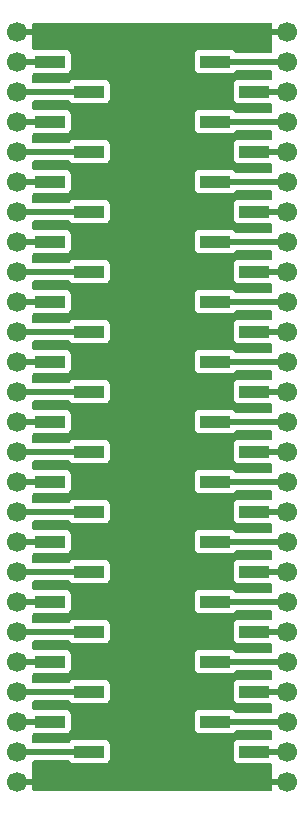
<source format=gbl>
G04 #@! TF.GenerationSoftware,KiCad,Pcbnew,9.0.6*
G04 #@! TF.CreationDate,2025-12-31T13:09:13-06:00*
G04 #@! TF.ProjectId,QFN-48_6x6,51464e2d-3438-45f3-9678-362e6b696361,rev?*
G04 #@! TF.SameCoordinates,Original*
G04 #@! TF.FileFunction,Copper,L2,Bot*
G04 #@! TF.FilePolarity,Positive*
%FSLAX46Y46*%
G04 Gerber Fmt 4.6, Leading zero omitted, Abs format (unit mm)*
G04 Created by KiCad (PCBNEW 9.0.6) date 2025-12-31 13:09:13*
%MOMM*%
%LPD*%
G01*
G04 APERTURE LIST*
G04 Aperture macros list*
%AMRotRect*
0 Rectangle, with rotation*
0 The origin of the aperture is its center*
0 $1 length*
0 $2 width*
0 $3 Rotation angle, in degrees counterclockwise*
0 Add horizontal line*
21,1,$1,$2,0,0,$3*%
G04 Aperture macros list end*
G04 #@! TA.AperFunction,HeatsinkPad*
%ADD10C,0.500000*%
G04 #@! TD*
G04 #@! TA.AperFunction,HeatsinkPad*
%ADD11RotRect,4.300000X4.300000X315.000000*%
G04 #@! TD*
G04 #@! TA.AperFunction,ComponentPad*
%ADD12C,1.700000*%
G04 #@! TD*
G04 #@! TA.AperFunction,SMDPad,CuDef*
%ADD13R,2.510000X1.000000*%
G04 #@! TD*
G04 #@! TA.AperFunction,Conductor*
%ADD14C,0.500000*%
G04 #@! TD*
G04 APERTURE END LIST*
D10*
X138430000Y-117962994D03*
X137534331Y-118858663D03*
X136638663Y-119754331D03*
X135742994Y-120650000D03*
X139325669Y-118858663D03*
X138430000Y-119754332D03*
X137534332Y-120650000D03*
X136638663Y-121545669D03*
D11*
X138430000Y-120650000D03*
D10*
X140221337Y-119754331D03*
X139325668Y-120650000D03*
X138430000Y-121545668D03*
X137534331Y-122441337D03*
X141117006Y-120650000D03*
X140221337Y-121545669D03*
X139325669Y-122441337D03*
X138430000Y-123337006D03*
D12*
X127000000Y-88900000D03*
X127000000Y-91440000D03*
X127000000Y-93980000D03*
X127000000Y-96520000D03*
X127000000Y-99060000D03*
X127000000Y-101600000D03*
X127000000Y-104140000D03*
X127000000Y-106680000D03*
X127000000Y-109220000D03*
X127000000Y-111760000D03*
X127000000Y-114300000D03*
X127000000Y-116840000D03*
X127000000Y-119380000D03*
X127000000Y-121920000D03*
X127000000Y-124460000D03*
X127000000Y-127000000D03*
X127000000Y-129540000D03*
X127000000Y-132080000D03*
X127000000Y-134620000D03*
X127000000Y-137160000D03*
X127000000Y-139700000D03*
X127000000Y-142240000D03*
X127000000Y-144780000D03*
X127000000Y-147320000D03*
X127000000Y-149860000D03*
X127000000Y-152400000D03*
X149860000Y-88900000D03*
X149860000Y-91440000D03*
X149860000Y-93980000D03*
X149860000Y-96520000D03*
X149860000Y-99060000D03*
X149860000Y-101600000D03*
X149860000Y-104140000D03*
X149860000Y-106680000D03*
X149860000Y-109220000D03*
X149860000Y-111760000D03*
X149860000Y-114300000D03*
X149860000Y-116840000D03*
X149860000Y-119380000D03*
X149860000Y-121920000D03*
X149860000Y-124460000D03*
X149860000Y-127000000D03*
X149860000Y-129540000D03*
X149860000Y-132080000D03*
X149860000Y-134620000D03*
X149860000Y-137160000D03*
X149860000Y-139700000D03*
X149860000Y-142240000D03*
X149860000Y-144780000D03*
X149860000Y-147320000D03*
X149860000Y-149860000D03*
X149860000Y-152400000D03*
D13*
X133099000Y-88900000D03*
X129789000Y-91440000D03*
X133099000Y-93980000D03*
X129789000Y-96520000D03*
X133099000Y-99060000D03*
X129789000Y-101600000D03*
X133099000Y-104140000D03*
X129789000Y-106680000D03*
X133099000Y-109220000D03*
X129789000Y-111760000D03*
X133099000Y-114300000D03*
X129789000Y-116840000D03*
X133099000Y-119380000D03*
X129789000Y-121920000D03*
X133099000Y-124460000D03*
X129789000Y-127000000D03*
X133099000Y-129540000D03*
X129789000Y-132080000D03*
X133099000Y-134620000D03*
X129789000Y-137160000D03*
X133099000Y-139700000D03*
X129789000Y-142240000D03*
X133099000Y-144780000D03*
X129789000Y-147320000D03*
X133099000Y-149860000D03*
X129789000Y-152400000D03*
X147071000Y-88900000D03*
X143761000Y-91440000D03*
X147071000Y-93980000D03*
X143761000Y-96520000D03*
X147071000Y-99060000D03*
X143761000Y-101600000D03*
X147071000Y-104140000D03*
X143761000Y-106680000D03*
X147071000Y-109220000D03*
X143761000Y-111760000D03*
X147071000Y-114300000D03*
X143761000Y-116840000D03*
X147071000Y-119380000D03*
X143761000Y-121920000D03*
X147071000Y-124460000D03*
X143761000Y-127000000D03*
X147071000Y-129540000D03*
X143761000Y-132080000D03*
X147071000Y-134620000D03*
X143761000Y-137160000D03*
X147071000Y-139700000D03*
X143761000Y-142240000D03*
X147071000Y-144780000D03*
X143761000Y-147320000D03*
X147071000Y-149860000D03*
X143761000Y-152400000D03*
D14*
X149860000Y-152400000D02*
X143761000Y-152400000D01*
X147071000Y-149860000D02*
X149860000Y-149860000D01*
X149860000Y-147320000D02*
X143761000Y-147320000D01*
X147071000Y-144780000D02*
X149860000Y-144780000D01*
X149860000Y-142240000D02*
X143761000Y-142240000D01*
X147071000Y-139700000D02*
X149860000Y-139700000D01*
X149860000Y-137160000D02*
X143761000Y-137160000D01*
X147071000Y-134620000D02*
X149860000Y-134620000D01*
X149860000Y-132080000D02*
X143761000Y-132080000D01*
X147071000Y-129540000D02*
X149860000Y-129540000D01*
X149860000Y-127000000D02*
X143761000Y-127000000D01*
X147071000Y-124460000D02*
X149860000Y-124460000D01*
X149860000Y-121920000D02*
X143761000Y-121920000D01*
X147071000Y-119380000D02*
X149860000Y-119380000D01*
X149860000Y-116840000D02*
X143761000Y-116840000D01*
X147071000Y-114300000D02*
X149860000Y-114300000D01*
X149860000Y-111760000D02*
X143761000Y-111760000D01*
X147071000Y-109220000D02*
X149860000Y-109220000D01*
X149860000Y-106680000D02*
X143761000Y-106680000D01*
X147071000Y-104140000D02*
X149860000Y-104140000D01*
X149860000Y-101600000D02*
X143761000Y-101600000D01*
X147071000Y-99060000D02*
X149860000Y-99060000D01*
X149860000Y-96520000D02*
X143761000Y-96520000D01*
X147071000Y-93980000D02*
X149860000Y-93980000D01*
X149860000Y-91440000D02*
X143761000Y-91440000D01*
X147071000Y-88900000D02*
X149860000Y-88900000D01*
X127000000Y-88900000D02*
X133099000Y-88900000D01*
X129789000Y-91440000D02*
X127000000Y-91440000D01*
X127000000Y-93980000D02*
X133099000Y-93980000D01*
X129789000Y-96520000D02*
X127000000Y-96520000D01*
X127000000Y-99060000D02*
X133099000Y-99060000D01*
X129789000Y-101600000D02*
X127000000Y-101600000D01*
X127000000Y-104140000D02*
X133099000Y-104140000D01*
X129789000Y-106680000D02*
X127000000Y-106680000D01*
X127000000Y-109220000D02*
X133099000Y-109220000D01*
X129789000Y-111760000D02*
X127000000Y-111760000D01*
X133099000Y-114300000D02*
X127000000Y-114300000D01*
X129789000Y-116840000D02*
X127000000Y-116840000D01*
X127000000Y-119380000D02*
X133099000Y-119380000D01*
X129789000Y-121920000D02*
X127000000Y-121920000D01*
X133099000Y-124460000D02*
X127000000Y-124460000D01*
X127000000Y-127000000D02*
X129789000Y-127000000D01*
X133099000Y-129540000D02*
X127000000Y-129540000D01*
X127000000Y-132080000D02*
X129789000Y-132080000D01*
X133099000Y-134620000D02*
X127000000Y-134620000D01*
X127000000Y-137160000D02*
X129789000Y-137160000D01*
X127000000Y-139700000D02*
X133099000Y-139700000D01*
X129789000Y-142240000D02*
X127000000Y-142240000D01*
X133099000Y-144780000D02*
X127000000Y-144780000D01*
X129789000Y-147320000D02*
X127000000Y-147320000D01*
X127000000Y-152400000D02*
X129789000Y-152400000D01*
X133099000Y-149860000D02*
X127000000Y-149860000D01*
G04 #@! TA.AperFunction,Conductor*
G36*
X148533039Y-88157685D02*
G01*
X148578794Y-88210489D01*
X148590000Y-88262000D01*
X148590000Y-90565500D01*
X148570315Y-90632539D01*
X148517511Y-90678294D01*
X148466000Y-90689500D01*
X145515751Y-90689500D01*
X145448712Y-90669815D01*
X145416485Y-90639812D01*
X145373548Y-90582457D01*
X145373546Y-90582454D01*
X145373542Y-90582451D01*
X145258335Y-90496206D01*
X145258328Y-90496202D01*
X145123482Y-90445908D01*
X145123483Y-90445908D01*
X145063883Y-90439501D01*
X145063881Y-90439500D01*
X145063873Y-90439500D01*
X145063864Y-90439500D01*
X142458129Y-90439500D01*
X142458123Y-90439501D01*
X142398516Y-90445908D01*
X142263671Y-90496202D01*
X142263664Y-90496206D01*
X142148455Y-90582452D01*
X142148452Y-90582455D01*
X142062206Y-90697664D01*
X142062202Y-90697671D01*
X142011908Y-90832517D01*
X142005501Y-90892116D01*
X142005501Y-90892123D01*
X142005500Y-90892135D01*
X142005500Y-91987870D01*
X142005501Y-91987876D01*
X142011908Y-92047483D01*
X142062202Y-92182328D01*
X142062206Y-92182335D01*
X142148452Y-92297544D01*
X142148455Y-92297547D01*
X142263664Y-92383793D01*
X142263671Y-92383797D01*
X142398517Y-92434091D01*
X142398516Y-92434091D01*
X142405444Y-92434835D01*
X142458127Y-92440500D01*
X145063872Y-92440499D01*
X145123483Y-92434091D01*
X145258331Y-92383796D01*
X145373546Y-92297546D01*
X145400227Y-92261903D01*
X145416485Y-92240188D01*
X145472419Y-92198318D01*
X145515751Y-92190500D01*
X148466000Y-92190500D01*
X148533039Y-92210185D01*
X148578794Y-92262989D01*
X148590000Y-92314500D01*
X148590000Y-92866177D01*
X148570315Y-92933216D01*
X148517511Y-92978971D01*
X148448353Y-92988915D01*
X148437494Y-92986856D01*
X148433484Y-92985908D01*
X148373883Y-92979501D01*
X148373881Y-92979500D01*
X148373873Y-92979500D01*
X148373864Y-92979500D01*
X145768129Y-92979500D01*
X145768123Y-92979501D01*
X145708516Y-92985908D01*
X145573671Y-93036202D01*
X145573664Y-93036206D01*
X145458455Y-93122452D01*
X145458452Y-93122455D01*
X145372206Y-93237664D01*
X145372202Y-93237671D01*
X145321908Y-93372517D01*
X145315501Y-93432116D01*
X145315501Y-93432123D01*
X145315500Y-93432135D01*
X145315500Y-94527870D01*
X145315501Y-94527876D01*
X145321908Y-94587483D01*
X145372202Y-94722328D01*
X145372206Y-94722335D01*
X145458452Y-94837544D01*
X145458455Y-94837547D01*
X145573664Y-94923793D01*
X145573671Y-94923797D01*
X145708517Y-94974091D01*
X145708516Y-94974091D01*
X145715444Y-94974835D01*
X145768127Y-94980500D01*
X148373872Y-94980499D01*
X148433483Y-94974091D01*
X148433486Y-94974089D01*
X148437479Y-94973147D01*
X148440673Y-94973318D01*
X148441196Y-94973262D01*
X148441205Y-94973346D01*
X148507249Y-94976884D01*
X148563922Y-95017748D01*
X148589506Y-95082765D01*
X148590000Y-95093822D01*
X148590000Y-95645500D01*
X148570315Y-95712539D01*
X148517511Y-95758294D01*
X148466000Y-95769500D01*
X145515751Y-95769500D01*
X145448712Y-95749815D01*
X145416485Y-95719812D01*
X145373548Y-95662457D01*
X145373546Y-95662454D01*
X145373542Y-95662451D01*
X145258335Y-95576206D01*
X145258328Y-95576202D01*
X145123482Y-95525908D01*
X145123483Y-95525908D01*
X145063883Y-95519501D01*
X145063881Y-95519500D01*
X145063873Y-95519500D01*
X145063864Y-95519500D01*
X142458129Y-95519500D01*
X142458123Y-95519501D01*
X142398516Y-95525908D01*
X142263671Y-95576202D01*
X142263664Y-95576206D01*
X142148455Y-95662452D01*
X142148452Y-95662455D01*
X142062206Y-95777664D01*
X142062202Y-95777671D01*
X142011908Y-95912517D01*
X142005501Y-95972116D01*
X142005501Y-95972123D01*
X142005500Y-95972135D01*
X142005500Y-97067870D01*
X142005501Y-97067876D01*
X142011908Y-97127483D01*
X142062202Y-97262328D01*
X142062206Y-97262335D01*
X142148452Y-97377544D01*
X142148455Y-97377547D01*
X142263664Y-97463793D01*
X142263671Y-97463797D01*
X142398517Y-97514091D01*
X142398516Y-97514091D01*
X142405444Y-97514835D01*
X142458127Y-97520500D01*
X145063872Y-97520499D01*
X145123483Y-97514091D01*
X145258331Y-97463796D01*
X145373546Y-97377546D01*
X145400227Y-97341903D01*
X145416485Y-97320188D01*
X145472419Y-97278318D01*
X145515751Y-97270500D01*
X148466000Y-97270500D01*
X148533039Y-97290185D01*
X148578794Y-97342989D01*
X148590000Y-97394500D01*
X148590000Y-97946177D01*
X148570315Y-98013216D01*
X148517511Y-98058971D01*
X148448353Y-98068915D01*
X148437494Y-98066856D01*
X148433484Y-98065908D01*
X148373883Y-98059501D01*
X148373881Y-98059500D01*
X148373873Y-98059500D01*
X148373864Y-98059500D01*
X145768129Y-98059500D01*
X145768123Y-98059501D01*
X145708516Y-98065908D01*
X145573671Y-98116202D01*
X145573664Y-98116206D01*
X145458455Y-98202452D01*
X145458452Y-98202455D01*
X145372206Y-98317664D01*
X145372202Y-98317671D01*
X145321908Y-98452517D01*
X145315501Y-98512116D01*
X145315501Y-98512123D01*
X145315500Y-98512135D01*
X145315500Y-99607870D01*
X145315501Y-99607876D01*
X145321908Y-99667483D01*
X145372202Y-99802328D01*
X145372206Y-99802335D01*
X145458452Y-99917544D01*
X145458455Y-99917547D01*
X145573664Y-100003793D01*
X145573671Y-100003797D01*
X145708517Y-100054091D01*
X145708516Y-100054091D01*
X145715444Y-100054835D01*
X145768127Y-100060500D01*
X148373872Y-100060499D01*
X148433483Y-100054091D01*
X148433486Y-100054089D01*
X148437479Y-100053147D01*
X148440673Y-100053318D01*
X148441196Y-100053262D01*
X148441205Y-100053346D01*
X148507249Y-100056884D01*
X148563922Y-100097748D01*
X148589506Y-100162765D01*
X148590000Y-100173822D01*
X148590000Y-100725500D01*
X148570315Y-100792539D01*
X148517511Y-100838294D01*
X148466000Y-100849500D01*
X145515751Y-100849500D01*
X145448712Y-100829815D01*
X145416485Y-100799812D01*
X145373548Y-100742457D01*
X145373546Y-100742454D01*
X145373542Y-100742451D01*
X145258335Y-100656206D01*
X145258328Y-100656202D01*
X145123482Y-100605908D01*
X145123483Y-100605908D01*
X145063883Y-100599501D01*
X145063881Y-100599500D01*
X145063873Y-100599500D01*
X145063864Y-100599500D01*
X142458129Y-100599500D01*
X142458123Y-100599501D01*
X142398516Y-100605908D01*
X142263671Y-100656202D01*
X142263664Y-100656206D01*
X142148455Y-100742452D01*
X142148452Y-100742455D01*
X142062206Y-100857664D01*
X142062202Y-100857671D01*
X142011908Y-100992517D01*
X142005501Y-101052116D01*
X142005501Y-101052123D01*
X142005500Y-101052135D01*
X142005500Y-102147870D01*
X142005501Y-102147876D01*
X142011908Y-102207483D01*
X142062202Y-102342328D01*
X142062206Y-102342335D01*
X142148452Y-102457544D01*
X142148455Y-102457547D01*
X142263664Y-102543793D01*
X142263671Y-102543797D01*
X142398517Y-102594091D01*
X142398516Y-102594091D01*
X142405444Y-102594835D01*
X142458127Y-102600500D01*
X145063872Y-102600499D01*
X145123483Y-102594091D01*
X145258331Y-102543796D01*
X145373546Y-102457546D01*
X145400227Y-102421903D01*
X145416485Y-102400188D01*
X145472419Y-102358318D01*
X145515751Y-102350500D01*
X148466000Y-102350500D01*
X148533039Y-102370185D01*
X148578794Y-102422989D01*
X148590000Y-102474500D01*
X148590000Y-103026177D01*
X148570315Y-103093216D01*
X148517511Y-103138971D01*
X148448353Y-103148915D01*
X148437494Y-103146856D01*
X148433484Y-103145908D01*
X148373883Y-103139501D01*
X148373881Y-103139500D01*
X148373873Y-103139500D01*
X148373864Y-103139500D01*
X145768129Y-103139500D01*
X145768123Y-103139501D01*
X145708516Y-103145908D01*
X145573671Y-103196202D01*
X145573664Y-103196206D01*
X145458455Y-103282452D01*
X145458452Y-103282455D01*
X145372206Y-103397664D01*
X145372202Y-103397671D01*
X145321908Y-103532517D01*
X145315501Y-103592116D01*
X145315501Y-103592123D01*
X145315500Y-103592135D01*
X145315500Y-104687870D01*
X145315501Y-104687876D01*
X145321908Y-104747483D01*
X145372202Y-104882328D01*
X145372206Y-104882335D01*
X145458452Y-104997544D01*
X145458455Y-104997547D01*
X145573664Y-105083793D01*
X145573671Y-105083797D01*
X145708517Y-105134091D01*
X145708516Y-105134091D01*
X145715444Y-105134835D01*
X145768127Y-105140500D01*
X148373872Y-105140499D01*
X148433483Y-105134091D01*
X148433486Y-105134089D01*
X148437479Y-105133147D01*
X148440673Y-105133318D01*
X148441196Y-105133262D01*
X148441205Y-105133346D01*
X148507249Y-105136884D01*
X148563922Y-105177748D01*
X148589506Y-105242765D01*
X148590000Y-105253822D01*
X148590000Y-105805500D01*
X148570315Y-105872539D01*
X148517511Y-105918294D01*
X148466000Y-105929500D01*
X145515751Y-105929500D01*
X145448712Y-105909815D01*
X145416485Y-105879812D01*
X145373548Y-105822457D01*
X145373546Y-105822454D01*
X145373542Y-105822451D01*
X145258335Y-105736206D01*
X145258328Y-105736202D01*
X145123482Y-105685908D01*
X145123483Y-105685908D01*
X145063883Y-105679501D01*
X145063881Y-105679500D01*
X145063873Y-105679500D01*
X145063864Y-105679500D01*
X142458129Y-105679500D01*
X142458123Y-105679501D01*
X142398516Y-105685908D01*
X142263671Y-105736202D01*
X142263664Y-105736206D01*
X142148455Y-105822452D01*
X142148452Y-105822455D01*
X142062206Y-105937664D01*
X142062202Y-105937671D01*
X142011908Y-106072517D01*
X142005501Y-106132116D01*
X142005501Y-106132123D01*
X142005500Y-106132135D01*
X142005500Y-107227870D01*
X142005501Y-107227876D01*
X142011908Y-107287483D01*
X142062202Y-107422328D01*
X142062206Y-107422335D01*
X142148452Y-107537544D01*
X142148455Y-107537547D01*
X142263664Y-107623793D01*
X142263671Y-107623797D01*
X142398517Y-107674091D01*
X142398516Y-107674091D01*
X142405444Y-107674835D01*
X142458127Y-107680500D01*
X145063872Y-107680499D01*
X145123483Y-107674091D01*
X145258331Y-107623796D01*
X145373546Y-107537546D01*
X145400227Y-107501903D01*
X145416485Y-107480188D01*
X145472419Y-107438318D01*
X145515751Y-107430500D01*
X148466000Y-107430500D01*
X148533039Y-107450185D01*
X148578794Y-107502989D01*
X148590000Y-107554500D01*
X148590000Y-108106177D01*
X148570315Y-108173216D01*
X148517511Y-108218971D01*
X148448353Y-108228915D01*
X148437494Y-108226856D01*
X148433484Y-108225908D01*
X148373883Y-108219501D01*
X148373881Y-108219500D01*
X148373873Y-108219500D01*
X148373864Y-108219500D01*
X145768129Y-108219500D01*
X145768123Y-108219501D01*
X145708516Y-108225908D01*
X145573671Y-108276202D01*
X145573664Y-108276206D01*
X145458455Y-108362452D01*
X145458452Y-108362455D01*
X145372206Y-108477664D01*
X145372202Y-108477671D01*
X145321908Y-108612517D01*
X145315501Y-108672116D01*
X145315501Y-108672123D01*
X145315500Y-108672135D01*
X145315500Y-109767870D01*
X145315501Y-109767876D01*
X145321908Y-109827483D01*
X145372202Y-109962328D01*
X145372206Y-109962335D01*
X145458452Y-110077544D01*
X145458455Y-110077547D01*
X145573664Y-110163793D01*
X145573671Y-110163797D01*
X145708517Y-110214091D01*
X145708516Y-110214091D01*
X145715444Y-110214835D01*
X145768127Y-110220500D01*
X148373872Y-110220499D01*
X148433483Y-110214091D01*
X148433486Y-110214089D01*
X148437479Y-110213147D01*
X148440673Y-110213318D01*
X148441196Y-110213262D01*
X148441205Y-110213346D01*
X148507249Y-110216884D01*
X148563922Y-110257748D01*
X148589506Y-110322765D01*
X148590000Y-110333822D01*
X148590000Y-110885500D01*
X148570315Y-110952539D01*
X148517511Y-110998294D01*
X148466000Y-111009500D01*
X145515751Y-111009500D01*
X145448712Y-110989815D01*
X145416485Y-110959812D01*
X145373548Y-110902457D01*
X145373546Y-110902454D01*
X145373542Y-110902451D01*
X145258335Y-110816206D01*
X145258328Y-110816202D01*
X145123482Y-110765908D01*
X145123483Y-110765908D01*
X145063883Y-110759501D01*
X145063881Y-110759500D01*
X145063873Y-110759500D01*
X145063864Y-110759500D01*
X142458129Y-110759500D01*
X142458123Y-110759501D01*
X142398516Y-110765908D01*
X142263671Y-110816202D01*
X142263664Y-110816206D01*
X142148455Y-110902452D01*
X142148452Y-110902455D01*
X142062206Y-111017664D01*
X142062202Y-111017671D01*
X142011908Y-111152517D01*
X142005501Y-111212116D01*
X142005501Y-111212123D01*
X142005500Y-111212135D01*
X142005500Y-112307870D01*
X142005501Y-112307876D01*
X142011908Y-112367483D01*
X142062202Y-112502328D01*
X142062206Y-112502335D01*
X142148452Y-112617544D01*
X142148455Y-112617547D01*
X142263664Y-112703793D01*
X142263671Y-112703797D01*
X142398517Y-112754091D01*
X142398516Y-112754091D01*
X142405444Y-112754835D01*
X142458127Y-112760500D01*
X145063872Y-112760499D01*
X145123483Y-112754091D01*
X145258331Y-112703796D01*
X145373546Y-112617546D01*
X145400227Y-112581903D01*
X145416485Y-112560188D01*
X145472419Y-112518318D01*
X145515751Y-112510500D01*
X148466000Y-112510500D01*
X148533039Y-112530185D01*
X148578794Y-112582989D01*
X148590000Y-112634500D01*
X148590000Y-113186177D01*
X148570315Y-113253216D01*
X148517511Y-113298971D01*
X148448353Y-113308915D01*
X148437494Y-113306856D01*
X148433484Y-113305908D01*
X148373883Y-113299501D01*
X148373881Y-113299500D01*
X148373873Y-113299500D01*
X148373864Y-113299500D01*
X145768129Y-113299500D01*
X145768123Y-113299501D01*
X145708516Y-113305908D01*
X145573671Y-113356202D01*
X145573664Y-113356206D01*
X145458455Y-113442452D01*
X145458452Y-113442455D01*
X145372206Y-113557664D01*
X145372202Y-113557671D01*
X145321908Y-113692517D01*
X145315501Y-113752116D01*
X145315501Y-113752123D01*
X145315500Y-113752135D01*
X145315500Y-114847870D01*
X145315501Y-114847876D01*
X145321908Y-114907483D01*
X145372202Y-115042328D01*
X145372206Y-115042335D01*
X145458452Y-115157544D01*
X145458455Y-115157547D01*
X145573664Y-115243793D01*
X145573671Y-115243797D01*
X145708517Y-115294091D01*
X145708516Y-115294091D01*
X145715444Y-115294835D01*
X145768127Y-115300500D01*
X148373872Y-115300499D01*
X148433483Y-115294091D01*
X148433486Y-115294089D01*
X148437479Y-115293147D01*
X148440673Y-115293318D01*
X148441196Y-115293262D01*
X148441205Y-115293346D01*
X148507249Y-115296884D01*
X148563922Y-115337748D01*
X148589506Y-115402765D01*
X148590000Y-115413822D01*
X148590000Y-115965500D01*
X148570315Y-116032539D01*
X148517511Y-116078294D01*
X148466000Y-116089500D01*
X145515751Y-116089500D01*
X145448712Y-116069815D01*
X145416485Y-116039812D01*
X145373548Y-115982457D01*
X145373546Y-115982454D01*
X145373542Y-115982451D01*
X145258335Y-115896206D01*
X145258328Y-115896202D01*
X145123482Y-115845908D01*
X145123483Y-115845908D01*
X145063883Y-115839501D01*
X145063881Y-115839500D01*
X145063873Y-115839500D01*
X145063864Y-115839500D01*
X142458129Y-115839500D01*
X142458123Y-115839501D01*
X142398516Y-115845908D01*
X142263671Y-115896202D01*
X142263664Y-115896206D01*
X142148455Y-115982452D01*
X142148452Y-115982455D01*
X142062206Y-116097664D01*
X142062202Y-116097671D01*
X142011908Y-116232517D01*
X142005501Y-116292116D01*
X142005501Y-116292123D01*
X142005500Y-116292135D01*
X142005500Y-117387870D01*
X142005501Y-117387876D01*
X142011908Y-117447483D01*
X142062202Y-117582328D01*
X142062206Y-117582335D01*
X142148452Y-117697544D01*
X142148455Y-117697547D01*
X142263664Y-117783793D01*
X142263671Y-117783797D01*
X142398517Y-117834091D01*
X142398516Y-117834091D01*
X142405444Y-117834835D01*
X142458127Y-117840500D01*
X145063872Y-117840499D01*
X145123483Y-117834091D01*
X145258331Y-117783796D01*
X145373546Y-117697546D01*
X145400227Y-117661903D01*
X145416485Y-117640188D01*
X145472419Y-117598318D01*
X145515751Y-117590500D01*
X148466000Y-117590500D01*
X148533039Y-117610185D01*
X148578794Y-117662989D01*
X148590000Y-117714500D01*
X148590000Y-118266177D01*
X148570315Y-118333216D01*
X148517511Y-118378971D01*
X148448353Y-118388915D01*
X148437494Y-118386856D01*
X148433484Y-118385908D01*
X148373883Y-118379501D01*
X148373881Y-118379500D01*
X148373873Y-118379500D01*
X148373864Y-118379500D01*
X145768129Y-118379500D01*
X145768123Y-118379501D01*
X145708516Y-118385908D01*
X145573671Y-118436202D01*
X145573664Y-118436206D01*
X145458455Y-118522452D01*
X145458452Y-118522455D01*
X145372206Y-118637664D01*
X145372202Y-118637671D01*
X145321908Y-118772517D01*
X145315501Y-118832116D01*
X145315501Y-118832123D01*
X145315500Y-118832135D01*
X145315500Y-119927870D01*
X145315501Y-119927876D01*
X145321908Y-119987483D01*
X145372202Y-120122328D01*
X145372206Y-120122335D01*
X145458452Y-120237544D01*
X145458455Y-120237547D01*
X145573664Y-120323793D01*
X145573671Y-120323797D01*
X145708517Y-120374091D01*
X145708516Y-120374091D01*
X145715444Y-120374835D01*
X145768127Y-120380500D01*
X148373872Y-120380499D01*
X148433483Y-120374091D01*
X148433486Y-120374089D01*
X148437479Y-120373147D01*
X148440673Y-120373318D01*
X148441196Y-120373262D01*
X148441205Y-120373346D01*
X148507249Y-120376884D01*
X148563922Y-120417748D01*
X148589506Y-120482765D01*
X148590000Y-120493822D01*
X148590000Y-121045500D01*
X148570315Y-121112539D01*
X148517511Y-121158294D01*
X148466000Y-121169500D01*
X145515751Y-121169500D01*
X145448712Y-121149815D01*
X145416485Y-121119812D01*
X145373548Y-121062457D01*
X145373546Y-121062454D01*
X145373542Y-121062451D01*
X145258335Y-120976206D01*
X145258328Y-120976202D01*
X145123482Y-120925908D01*
X145123483Y-120925908D01*
X145063883Y-120919501D01*
X145063881Y-120919500D01*
X145063873Y-120919500D01*
X145063864Y-120919500D01*
X142458129Y-120919500D01*
X142458123Y-120919501D01*
X142398516Y-120925908D01*
X142263671Y-120976202D01*
X142263664Y-120976206D01*
X142148455Y-121062452D01*
X142148452Y-121062455D01*
X142062206Y-121177664D01*
X142062202Y-121177671D01*
X142011908Y-121312517D01*
X142005501Y-121372116D01*
X142005501Y-121372123D01*
X142005500Y-121372135D01*
X142005500Y-122467870D01*
X142005501Y-122467876D01*
X142011908Y-122527483D01*
X142062202Y-122662328D01*
X142062206Y-122662335D01*
X142148452Y-122777544D01*
X142148455Y-122777547D01*
X142263664Y-122863793D01*
X142263671Y-122863797D01*
X142398517Y-122914091D01*
X142398516Y-122914091D01*
X142405444Y-122914835D01*
X142458127Y-122920500D01*
X145063872Y-122920499D01*
X145123483Y-122914091D01*
X145258331Y-122863796D01*
X145373546Y-122777546D01*
X145400227Y-122741903D01*
X145416485Y-122720188D01*
X145472419Y-122678318D01*
X145515751Y-122670500D01*
X148466000Y-122670500D01*
X148533039Y-122690185D01*
X148578794Y-122742989D01*
X148590000Y-122794500D01*
X148590000Y-123346177D01*
X148570315Y-123413216D01*
X148517511Y-123458971D01*
X148448353Y-123468915D01*
X148437494Y-123466856D01*
X148433484Y-123465908D01*
X148373883Y-123459501D01*
X148373881Y-123459500D01*
X148373873Y-123459500D01*
X148373864Y-123459500D01*
X145768129Y-123459500D01*
X145768123Y-123459501D01*
X145708516Y-123465908D01*
X145573671Y-123516202D01*
X145573664Y-123516206D01*
X145458455Y-123602452D01*
X145458452Y-123602455D01*
X145372206Y-123717664D01*
X145372202Y-123717671D01*
X145321908Y-123852517D01*
X145315501Y-123912116D01*
X145315501Y-123912123D01*
X145315500Y-123912135D01*
X145315500Y-125007870D01*
X145315501Y-125007876D01*
X145321908Y-125067483D01*
X145372202Y-125202328D01*
X145372206Y-125202335D01*
X145458452Y-125317544D01*
X145458455Y-125317547D01*
X145573664Y-125403793D01*
X145573671Y-125403797D01*
X145708517Y-125454091D01*
X145708516Y-125454091D01*
X145715444Y-125454835D01*
X145768127Y-125460500D01*
X148373872Y-125460499D01*
X148433483Y-125454091D01*
X148433486Y-125454089D01*
X148437479Y-125453147D01*
X148440673Y-125453318D01*
X148441196Y-125453262D01*
X148441205Y-125453346D01*
X148507249Y-125456884D01*
X148563922Y-125497748D01*
X148589506Y-125562765D01*
X148590000Y-125573822D01*
X148590000Y-126125500D01*
X148570315Y-126192539D01*
X148517511Y-126238294D01*
X148466000Y-126249500D01*
X145515751Y-126249500D01*
X145448712Y-126229815D01*
X145416485Y-126199812D01*
X145373548Y-126142457D01*
X145373546Y-126142454D01*
X145373542Y-126142451D01*
X145258335Y-126056206D01*
X145258328Y-126056202D01*
X145123482Y-126005908D01*
X145123483Y-126005908D01*
X145063883Y-125999501D01*
X145063881Y-125999500D01*
X145063873Y-125999500D01*
X145063864Y-125999500D01*
X142458129Y-125999500D01*
X142458123Y-125999501D01*
X142398516Y-126005908D01*
X142263671Y-126056202D01*
X142263664Y-126056206D01*
X142148455Y-126142452D01*
X142148452Y-126142455D01*
X142062206Y-126257664D01*
X142062202Y-126257671D01*
X142011908Y-126392517D01*
X142005501Y-126452116D01*
X142005501Y-126452123D01*
X142005500Y-126452135D01*
X142005500Y-127547870D01*
X142005501Y-127547876D01*
X142011908Y-127607483D01*
X142062202Y-127742328D01*
X142062206Y-127742335D01*
X142148452Y-127857544D01*
X142148455Y-127857547D01*
X142263664Y-127943793D01*
X142263671Y-127943797D01*
X142398517Y-127994091D01*
X142398516Y-127994091D01*
X142405444Y-127994835D01*
X142458127Y-128000500D01*
X145063872Y-128000499D01*
X145123483Y-127994091D01*
X145258331Y-127943796D01*
X145373546Y-127857546D01*
X145400227Y-127821903D01*
X145416485Y-127800188D01*
X145472419Y-127758318D01*
X145515751Y-127750500D01*
X148466000Y-127750500D01*
X148533039Y-127770185D01*
X148578794Y-127822989D01*
X148590000Y-127874500D01*
X148590000Y-128426177D01*
X148570315Y-128493216D01*
X148517511Y-128538971D01*
X148448353Y-128548915D01*
X148437494Y-128546856D01*
X148433484Y-128545908D01*
X148373883Y-128539501D01*
X148373881Y-128539500D01*
X148373873Y-128539500D01*
X148373864Y-128539500D01*
X145768129Y-128539500D01*
X145768123Y-128539501D01*
X145708516Y-128545908D01*
X145573671Y-128596202D01*
X145573664Y-128596206D01*
X145458455Y-128682452D01*
X145458452Y-128682455D01*
X145372206Y-128797664D01*
X145372202Y-128797671D01*
X145321908Y-128932517D01*
X145315501Y-128992116D01*
X145315501Y-128992123D01*
X145315500Y-128992135D01*
X145315500Y-130087870D01*
X145315501Y-130087876D01*
X145321908Y-130147483D01*
X145372202Y-130282328D01*
X145372206Y-130282335D01*
X145458452Y-130397544D01*
X145458455Y-130397547D01*
X145573664Y-130483793D01*
X145573671Y-130483797D01*
X145708517Y-130534091D01*
X145708516Y-130534091D01*
X145715444Y-130534835D01*
X145768127Y-130540500D01*
X148373872Y-130540499D01*
X148433483Y-130534091D01*
X148433486Y-130534089D01*
X148437479Y-130533147D01*
X148440673Y-130533318D01*
X148441196Y-130533262D01*
X148441205Y-130533346D01*
X148507249Y-130536884D01*
X148563922Y-130577748D01*
X148589506Y-130642765D01*
X148590000Y-130653822D01*
X148590000Y-131205500D01*
X148570315Y-131272539D01*
X148517511Y-131318294D01*
X148466000Y-131329500D01*
X145515751Y-131329500D01*
X145448712Y-131309815D01*
X145416485Y-131279812D01*
X145373548Y-131222457D01*
X145373546Y-131222454D01*
X145373542Y-131222451D01*
X145258335Y-131136206D01*
X145258328Y-131136202D01*
X145123482Y-131085908D01*
X145123483Y-131085908D01*
X145063883Y-131079501D01*
X145063881Y-131079500D01*
X145063873Y-131079500D01*
X145063864Y-131079500D01*
X142458129Y-131079500D01*
X142458123Y-131079501D01*
X142398516Y-131085908D01*
X142263671Y-131136202D01*
X142263664Y-131136206D01*
X142148455Y-131222452D01*
X142148452Y-131222455D01*
X142062206Y-131337664D01*
X142062202Y-131337671D01*
X142011908Y-131472517D01*
X142005501Y-131532116D01*
X142005501Y-131532123D01*
X142005500Y-131532135D01*
X142005500Y-132627870D01*
X142005501Y-132627876D01*
X142011908Y-132687483D01*
X142062202Y-132822328D01*
X142062206Y-132822335D01*
X142148452Y-132937544D01*
X142148455Y-132937547D01*
X142263664Y-133023793D01*
X142263671Y-133023797D01*
X142398517Y-133074091D01*
X142398516Y-133074091D01*
X142405444Y-133074835D01*
X142458127Y-133080500D01*
X145063872Y-133080499D01*
X145123483Y-133074091D01*
X145258331Y-133023796D01*
X145373546Y-132937546D01*
X145400227Y-132901903D01*
X145416485Y-132880188D01*
X145472419Y-132838318D01*
X145515751Y-132830500D01*
X148466000Y-132830500D01*
X148533039Y-132850185D01*
X148578794Y-132902989D01*
X148590000Y-132954500D01*
X148590000Y-133506177D01*
X148570315Y-133573216D01*
X148517511Y-133618971D01*
X148448353Y-133628915D01*
X148437494Y-133626856D01*
X148433484Y-133625908D01*
X148373883Y-133619501D01*
X148373881Y-133619500D01*
X148373873Y-133619500D01*
X148373864Y-133619500D01*
X145768129Y-133619500D01*
X145768123Y-133619501D01*
X145708516Y-133625908D01*
X145573671Y-133676202D01*
X145573664Y-133676206D01*
X145458455Y-133762452D01*
X145458452Y-133762455D01*
X145372206Y-133877664D01*
X145372202Y-133877671D01*
X145321908Y-134012517D01*
X145315501Y-134072116D01*
X145315501Y-134072123D01*
X145315500Y-134072135D01*
X145315500Y-135167870D01*
X145315501Y-135167876D01*
X145321908Y-135227483D01*
X145372202Y-135362328D01*
X145372206Y-135362335D01*
X145458452Y-135477544D01*
X145458455Y-135477547D01*
X145573664Y-135563793D01*
X145573671Y-135563797D01*
X145708517Y-135614091D01*
X145708516Y-135614091D01*
X145715444Y-135614835D01*
X145768127Y-135620500D01*
X148373872Y-135620499D01*
X148433483Y-135614091D01*
X148433486Y-135614089D01*
X148437479Y-135613147D01*
X148440673Y-135613318D01*
X148441196Y-135613262D01*
X148441205Y-135613346D01*
X148507249Y-135616884D01*
X148563922Y-135657748D01*
X148589506Y-135722765D01*
X148590000Y-135733822D01*
X148590000Y-136285500D01*
X148570315Y-136352539D01*
X148517511Y-136398294D01*
X148466000Y-136409500D01*
X145515751Y-136409500D01*
X145448712Y-136389815D01*
X145416485Y-136359812D01*
X145373548Y-136302457D01*
X145373546Y-136302454D01*
X145373542Y-136302451D01*
X145258335Y-136216206D01*
X145258328Y-136216202D01*
X145123482Y-136165908D01*
X145123483Y-136165908D01*
X145063883Y-136159501D01*
X145063881Y-136159500D01*
X145063873Y-136159500D01*
X145063864Y-136159500D01*
X142458129Y-136159500D01*
X142458123Y-136159501D01*
X142398516Y-136165908D01*
X142263671Y-136216202D01*
X142263664Y-136216206D01*
X142148455Y-136302452D01*
X142148452Y-136302455D01*
X142062206Y-136417664D01*
X142062202Y-136417671D01*
X142011908Y-136552517D01*
X142005501Y-136612116D01*
X142005501Y-136612123D01*
X142005500Y-136612135D01*
X142005500Y-137707870D01*
X142005501Y-137707876D01*
X142011908Y-137767483D01*
X142062202Y-137902328D01*
X142062206Y-137902335D01*
X142148452Y-138017544D01*
X142148455Y-138017547D01*
X142263664Y-138103793D01*
X142263671Y-138103797D01*
X142398517Y-138154091D01*
X142398516Y-138154091D01*
X142405444Y-138154835D01*
X142458127Y-138160500D01*
X145063872Y-138160499D01*
X145123483Y-138154091D01*
X145258331Y-138103796D01*
X145373546Y-138017546D01*
X145400227Y-137981903D01*
X145416485Y-137960188D01*
X145472419Y-137918318D01*
X145515751Y-137910500D01*
X148466000Y-137910500D01*
X148533039Y-137930185D01*
X148578794Y-137982989D01*
X148590000Y-138034500D01*
X148590000Y-138586177D01*
X148570315Y-138653216D01*
X148517511Y-138698971D01*
X148448353Y-138708915D01*
X148437494Y-138706856D01*
X148433484Y-138705908D01*
X148373883Y-138699501D01*
X148373881Y-138699500D01*
X148373873Y-138699500D01*
X148373864Y-138699500D01*
X145768129Y-138699500D01*
X145768123Y-138699501D01*
X145708516Y-138705908D01*
X145573671Y-138756202D01*
X145573664Y-138756206D01*
X145458455Y-138842452D01*
X145458452Y-138842455D01*
X145372206Y-138957664D01*
X145372202Y-138957671D01*
X145321908Y-139092517D01*
X145315501Y-139152116D01*
X145315501Y-139152123D01*
X145315500Y-139152135D01*
X145315500Y-140247870D01*
X145315501Y-140247876D01*
X145321908Y-140307483D01*
X145372202Y-140442328D01*
X145372206Y-140442335D01*
X145458452Y-140557544D01*
X145458455Y-140557547D01*
X145573664Y-140643793D01*
X145573671Y-140643797D01*
X145708517Y-140694091D01*
X145708516Y-140694091D01*
X145715444Y-140694835D01*
X145768127Y-140700500D01*
X148373872Y-140700499D01*
X148433483Y-140694091D01*
X148433486Y-140694089D01*
X148437479Y-140693147D01*
X148440673Y-140693318D01*
X148441196Y-140693262D01*
X148441205Y-140693346D01*
X148507249Y-140696884D01*
X148563922Y-140737748D01*
X148589506Y-140802765D01*
X148590000Y-140813822D01*
X148590000Y-141365500D01*
X148570315Y-141432539D01*
X148517511Y-141478294D01*
X148466000Y-141489500D01*
X145515751Y-141489500D01*
X145448712Y-141469815D01*
X145416485Y-141439812D01*
X145373548Y-141382457D01*
X145373546Y-141382454D01*
X145373542Y-141382451D01*
X145258335Y-141296206D01*
X145258328Y-141296202D01*
X145123482Y-141245908D01*
X145123483Y-141245908D01*
X145063883Y-141239501D01*
X145063881Y-141239500D01*
X145063873Y-141239500D01*
X145063864Y-141239500D01*
X142458129Y-141239500D01*
X142458123Y-141239501D01*
X142398516Y-141245908D01*
X142263671Y-141296202D01*
X142263664Y-141296206D01*
X142148455Y-141382452D01*
X142148452Y-141382455D01*
X142062206Y-141497664D01*
X142062202Y-141497671D01*
X142011908Y-141632517D01*
X142005501Y-141692116D01*
X142005501Y-141692123D01*
X142005500Y-141692135D01*
X142005500Y-142787870D01*
X142005501Y-142787876D01*
X142011908Y-142847483D01*
X142062202Y-142982328D01*
X142062206Y-142982335D01*
X142148452Y-143097544D01*
X142148455Y-143097547D01*
X142263664Y-143183793D01*
X142263671Y-143183797D01*
X142398517Y-143234091D01*
X142398516Y-143234091D01*
X142405444Y-143234835D01*
X142458127Y-143240500D01*
X145063872Y-143240499D01*
X145123483Y-143234091D01*
X145258331Y-143183796D01*
X145373546Y-143097546D01*
X145400227Y-143061903D01*
X145416485Y-143040188D01*
X145472419Y-142998318D01*
X145515751Y-142990500D01*
X148466000Y-142990500D01*
X148533039Y-143010185D01*
X148578794Y-143062989D01*
X148590000Y-143114500D01*
X148590000Y-143666177D01*
X148570315Y-143733216D01*
X148517511Y-143778971D01*
X148448353Y-143788915D01*
X148437494Y-143786856D01*
X148433484Y-143785908D01*
X148373883Y-143779501D01*
X148373881Y-143779500D01*
X148373873Y-143779500D01*
X148373864Y-143779500D01*
X145768129Y-143779500D01*
X145768123Y-143779501D01*
X145708516Y-143785908D01*
X145573671Y-143836202D01*
X145573664Y-143836206D01*
X145458455Y-143922452D01*
X145458452Y-143922455D01*
X145372206Y-144037664D01*
X145372202Y-144037671D01*
X145321908Y-144172517D01*
X145315501Y-144232116D01*
X145315501Y-144232123D01*
X145315500Y-144232135D01*
X145315500Y-145327870D01*
X145315501Y-145327876D01*
X145321908Y-145387483D01*
X145372202Y-145522328D01*
X145372206Y-145522335D01*
X145458452Y-145637544D01*
X145458455Y-145637547D01*
X145573664Y-145723793D01*
X145573671Y-145723797D01*
X145708517Y-145774091D01*
X145708516Y-145774091D01*
X145715444Y-145774835D01*
X145768127Y-145780500D01*
X148373872Y-145780499D01*
X148433483Y-145774091D01*
X148433486Y-145774089D01*
X148437479Y-145773147D01*
X148440673Y-145773318D01*
X148441196Y-145773262D01*
X148441205Y-145773346D01*
X148507249Y-145776884D01*
X148563922Y-145817748D01*
X148589506Y-145882765D01*
X148590000Y-145893822D01*
X148590000Y-146445500D01*
X148570315Y-146512539D01*
X148517511Y-146558294D01*
X148466000Y-146569500D01*
X145515751Y-146569500D01*
X145448712Y-146549815D01*
X145416485Y-146519812D01*
X145373548Y-146462457D01*
X145373546Y-146462454D01*
X145373542Y-146462451D01*
X145258335Y-146376206D01*
X145258328Y-146376202D01*
X145123482Y-146325908D01*
X145123483Y-146325908D01*
X145063883Y-146319501D01*
X145063881Y-146319500D01*
X145063873Y-146319500D01*
X145063864Y-146319500D01*
X142458129Y-146319500D01*
X142458123Y-146319501D01*
X142398516Y-146325908D01*
X142263671Y-146376202D01*
X142263664Y-146376206D01*
X142148455Y-146462452D01*
X142148452Y-146462455D01*
X142062206Y-146577664D01*
X142062202Y-146577671D01*
X142011908Y-146712517D01*
X142005501Y-146772116D01*
X142005501Y-146772123D01*
X142005500Y-146772135D01*
X142005500Y-147867870D01*
X142005501Y-147867876D01*
X142011908Y-147927483D01*
X142062202Y-148062328D01*
X142062206Y-148062335D01*
X142148452Y-148177544D01*
X142148455Y-148177547D01*
X142263664Y-148263793D01*
X142263671Y-148263797D01*
X142398517Y-148314091D01*
X142398516Y-148314091D01*
X142405444Y-148314835D01*
X142458127Y-148320500D01*
X145063872Y-148320499D01*
X145123483Y-148314091D01*
X145258331Y-148263796D01*
X145373546Y-148177546D01*
X145400227Y-148141903D01*
X145416485Y-148120188D01*
X145472419Y-148078318D01*
X145515751Y-148070500D01*
X148466000Y-148070500D01*
X148533039Y-148090185D01*
X148578794Y-148142989D01*
X148590000Y-148194500D01*
X148590000Y-148746177D01*
X148570315Y-148813216D01*
X148517511Y-148858971D01*
X148448353Y-148868915D01*
X148437494Y-148866856D01*
X148433484Y-148865908D01*
X148373883Y-148859501D01*
X148373881Y-148859500D01*
X148373873Y-148859500D01*
X148373864Y-148859500D01*
X145768129Y-148859500D01*
X145768123Y-148859501D01*
X145708516Y-148865908D01*
X145573671Y-148916202D01*
X145573664Y-148916206D01*
X145458455Y-149002452D01*
X145458452Y-149002455D01*
X145372206Y-149117664D01*
X145372202Y-149117671D01*
X145321908Y-149252517D01*
X145315501Y-149312116D01*
X145315501Y-149312123D01*
X145315500Y-149312135D01*
X145315500Y-150407870D01*
X145315501Y-150407876D01*
X145321908Y-150467483D01*
X145372202Y-150602328D01*
X145372206Y-150602335D01*
X145458452Y-150717544D01*
X145458455Y-150717547D01*
X145573664Y-150803793D01*
X145573671Y-150803797D01*
X145708517Y-150854091D01*
X145708516Y-150854091D01*
X145715444Y-150854835D01*
X145768127Y-150860500D01*
X148373872Y-150860499D01*
X148433483Y-150854091D01*
X148433486Y-150854089D01*
X148437479Y-150853147D01*
X148440673Y-150853318D01*
X148441196Y-150853262D01*
X148441205Y-150853346D01*
X148507249Y-150856884D01*
X148563922Y-150897748D01*
X148589506Y-150962765D01*
X148590000Y-150973822D01*
X148590000Y-153045500D01*
X148570315Y-153112539D01*
X148517511Y-153158294D01*
X148466000Y-153169500D01*
X128394000Y-153169500D01*
X128326961Y-153149815D01*
X128281206Y-153097011D01*
X128270000Y-153045500D01*
X128270000Y-150734500D01*
X128289685Y-150667461D01*
X128342489Y-150621706D01*
X128394000Y-150610500D01*
X131344249Y-150610500D01*
X131411288Y-150630185D01*
X131443515Y-150660188D01*
X131448960Y-150667461D01*
X131486454Y-150717546D01*
X131486457Y-150717548D01*
X131601664Y-150803793D01*
X131601671Y-150803797D01*
X131736517Y-150854091D01*
X131736516Y-150854091D01*
X131743444Y-150854835D01*
X131796127Y-150860500D01*
X134401872Y-150860499D01*
X134461483Y-150854091D01*
X134596331Y-150803796D01*
X134711546Y-150717546D01*
X134797796Y-150602331D01*
X134848091Y-150467483D01*
X134854500Y-150407873D01*
X134854499Y-149312128D01*
X134848091Y-149252517D01*
X134797796Y-149117669D01*
X134797795Y-149117668D01*
X134797793Y-149117664D01*
X134711547Y-149002455D01*
X134711544Y-149002452D01*
X134596335Y-148916206D01*
X134596328Y-148916202D01*
X134461482Y-148865908D01*
X134461483Y-148865908D01*
X134401883Y-148859501D01*
X134401881Y-148859500D01*
X134401873Y-148859500D01*
X134401864Y-148859500D01*
X131796129Y-148859500D01*
X131796123Y-148859501D01*
X131736516Y-148865908D01*
X131601671Y-148916202D01*
X131601664Y-148916206D01*
X131486457Y-149002451D01*
X131486451Y-149002457D01*
X131443515Y-149059812D01*
X131387581Y-149101682D01*
X131344249Y-149109500D01*
X128394000Y-149109500D01*
X128326961Y-149089815D01*
X128281206Y-149037011D01*
X128270000Y-148985500D01*
X128270000Y-148433822D01*
X128289685Y-148366783D01*
X128342489Y-148321028D01*
X128411647Y-148311084D01*
X128422516Y-148313145D01*
X128426506Y-148314087D01*
X128426517Y-148314091D01*
X128486127Y-148320500D01*
X131091872Y-148320499D01*
X131151483Y-148314091D01*
X131286331Y-148263796D01*
X131401546Y-148177546D01*
X131487796Y-148062331D01*
X131538091Y-147927483D01*
X131544500Y-147867873D01*
X131544499Y-146772128D01*
X131538091Y-146712517D01*
X131487796Y-146577669D01*
X131487795Y-146577668D01*
X131487793Y-146577664D01*
X131401547Y-146462455D01*
X131401544Y-146462452D01*
X131286335Y-146376206D01*
X131286328Y-146376202D01*
X131151482Y-146325908D01*
X131151483Y-146325908D01*
X131091883Y-146319501D01*
X131091881Y-146319500D01*
X131091873Y-146319500D01*
X131091864Y-146319500D01*
X128486129Y-146319500D01*
X128486123Y-146319501D01*
X128426514Y-146325909D01*
X128422511Y-146326855D01*
X128419312Y-146326683D01*
X128418804Y-146326738D01*
X128418795Y-146326655D01*
X128352742Y-146323112D01*
X128296071Y-146282243D01*
X128270493Y-146217223D01*
X128270000Y-146206177D01*
X128270000Y-145654500D01*
X128289685Y-145587461D01*
X128342489Y-145541706D01*
X128394000Y-145530500D01*
X131344249Y-145530500D01*
X131411288Y-145550185D01*
X131443515Y-145580188D01*
X131448960Y-145587461D01*
X131486454Y-145637546D01*
X131486457Y-145637548D01*
X131601664Y-145723793D01*
X131601671Y-145723797D01*
X131736517Y-145774091D01*
X131736516Y-145774091D01*
X131743444Y-145774835D01*
X131796127Y-145780500D01*
X134401872Y-145780499D01*
X134461483Y-145774091D01*
X134596331Y-145723796D01*
X134711546Y-145637546D01*
X134797796Y-145522331D01*
X134848091Y-145387483D01*
X134854500Y-145327873D01*
X134854499Y-144232128D01*
X134848091Y-144172517D01*
X134797796Y-144037669D01*
X134797795Y-144037668D01*
X134797793Y-144037664D01*
X134711547Y-143922455D01*
X134711544Y-143922452D01*
X134596335Y-143836206D01*
X134596328Y-143836202D01*
X134461482Y-143785908D01*
X134461483Y-143785908D01*
X134401883Y-143779501D01*
X134401881Y-143779500D01*
X134401873Y-143779500D01*
X134401864Y-143779500D01*
X131796129Y-143779500D01*
X131796123Y-143779501D01*
X131736516Y-143785908D01*
X131601671Y-143836202D01*
X131601664Y-143836206D01*
X131486457Y-143922451D01*
X131486451Y-143922457D01*
X131443515Y-143979812D01*
X131387581Y-144021682D01*
X131344249Y-144029500D01*
X128394000Y-144029500D01*
X128326961Y-144009815D01*
X128281206Y-143957011D01*
X128270000Y-143905500D01*
X128270000Y-143353822D01*
X128289685Y-143286783D01*
X128342489Y-143241028D01*
X128411647Y-143231084D01*
X128422516Y-143233145D01*
X128426506Y-143234087D01*
X128426517Y-143234091D01*
X128486127Y-143240500D01*
X131091872Y-143240499D01*
X131151483Y-143234091D01*
X131286331Y-143183796D01*
X131401546Y-143097546D01*
X131487796Y-142982331D01*
X131538091Y-142847483D01*
X131544500Y-142787873D01*
X131544499Y-141692128D01*
X131538091Y-141632517D01*
X131487796Y-141497669D01*
X131487795Y-141497668D01*
X131487793Y-141497664D01*
X131401547Y-141382455D01*
X131401544Y-141382452D01*
X131286335Y-141296206D01*
X131286328Y-141296202D01*
X131151482Y-141245908D01*
X131151483Y-141245908D01*
X131091883Y-141239501D01*
X131091881Y-141239500D01*
X131091873Y-141239500D01*
X131091864Y-141239500D01*
X128486129Y-141239500D01*
X128486123Y-141239501D01*
X128426514Y-141245909D01*
X128422511Y-141246855D01*
X128419312Y-141246683D01*
X128418804Y-141246738D01*
X128418795Y-141246655D01*
X128352742Y-141243112D01*
X128296071Y-141202243D01*
X128270493Y-141137223D01*
X128270000Y-141126177D01*
X128270000Y-140574500D01*
X128289685Y-140507461D01*
X128342489Y-140461706D01*
X128394000Y-140450500D01*
X131344249Y-140450500D01*
X131411288Y-140470185D01*
X131443515Y-140500188D01*
X131448960Y-140507461D01*
X131486454Y-140557546D01*
X131486457Y-140557548D01*
X131601664Y-140643793D01*
X131601671Y-140643797D01*
X131736517Y-140694091D01*
X131736516Y-140694091D01*
X131743444Y-140694835D01*
X131796127Y-140700500D01*
X134401872Y-140700499D01*
X134461483Y-140694091D01*
X134596331Y-140643796D01*
X134711546Y-140557546D01*
X134797796Y-140442331D01*
X134848091Y-140307483D01*
X134854500Y-140247873D01*
X134854499Y-139152128D01*
X134848091Y-139092517D01*
X134797796Y-138957669D01*
X134797795Y-138957668D01*
X134797793Y-138957664D01*
X134711547Y-138842455D01*
X134711544Y-138842452D01*
X134596335Y-138756206D01*
X134596328Y-138756202D01*
X134461482Y-138705908D01*
X134461483Y-138705908D01*
X134401883Y-138699501D01*
X134401881Y-138699500D01*
X134401873Y-138699500D01*
X134401864Y-138699500D01*
X131796129Y-138699500D01*
X131796123Y-138699501D01*
X131736516Y-138705908D01*
X131601671Y-138756202D01*
X131601664Y-138756206D01*
X131486457Y-138842451D01*
X131486451Y-138842457D01*
X131443515Y-138899812D01*
X131387581Y-138941682D01*
X131344249Y-138949500D01*
X128394000Y-138949500D01*
X128326961Y-138929815D01*
X128281206Y-138877011D01*
X128270000Y-138825500D01*
X128270000Y-138273822D01*
X128289685Y-138206783D01*
X128342489Y-138161028D01*
X128411647Y-138151084D01*
X128422516Y-138153145D01*
X128426506Y-138154087D01*
X128426517Y-138154091D01*
X128486127Y-138160500D01*
X131091872Y-138160499D01*
X131151483Y-138154091D01*
X131286331Y-138103796D01*
X131401546Y-138017546D01*
X131487796Y-137902331D01*
X131538091Y-137767483D01*
X131544500Y-137707873D01*
X131544499Y-136612128D01*
X131538091Y-136552517D01*
X131487796Y-136417669D01*
X131487795Y-136417668D01*
X131487793Y-136417664D01*
X131401547Y-136302455D01*
X131401544Y-136302452D01*
X131286335Y-136216206D01*
X131286328Y-136216202D01*
X131151482Y-136165908D01*
X131151483Y-136165908D01*
X131091883Y-136159501D01*
X131091881Y-136159500D01*
X131091873Y-136159500D01*
X131091864Y-136159500D01*
X128486129Y-136159500D01*
X128486123Y-136159501D01*
X128426514Y-136165909D01*
X128422511Y-136166855D01*
X128419312Y-136166683D01*
X128418804Y-136166738D01*
X128418795Y-136166655D01*
X128352742Y-136163112D01*
X128296071Y-136122243D01*
X128270493Y-136057223D01*
X128270000Y-136046177D01*
X128270000Y-135494500D01*
X128289685Y-135427461D01*
X128342489Y-135381706D01*
X128394000Y-135370500D01*
X131344249Y-135370500D01*
X131411288Y-135390185D01*
X131443515Y-135420188D01*
X131448960Y-135427461D01*
X131486454Y-135477546D01*
X131486457Y-135477548D01*
X131601664Y-135563793D01*
X131601671Y-135563797D01*
X131736517Y-135614091D01*
X131736516Y-135614091D01*
X131743444Y-135614835D01*
X131796127Y-135620500D01*
X134401872Y-135620499D01*
X134461483Y-135614091D01*
X134596331Y-135563796D01*
X134711546Y-135477546D01*
X134797796Y-135362331D01*
X134848091Y-135227483D01*
X134854500Y-135167873D01*
X134854499Y-134072128D01*
X134848091Y-134012517D01*
X134797796Y-133877669D01*
X134797795Y-133877668D01*
X134797793Y-133877664D01*
X134711547Y-133762455D01*
X134711544Y-133762452D01*
X134596335Y-133676206D01*
X134596328Y-133676202D01*
X134461482Y-133625908D01*
X134461483Y-133625908D01*
X134401883Y-133619501D01*
X134401881Y-133619500D01*
X134401873Y-133619500D01*
X134401864Y-133619500D01*
X131796129Y-133619500D01*
X131796123Y-133619501D01*
X131736516Y-133625908D01*
X131601671Y-133676202D01*
X131601664Y-133676206D01*
X131486457Y-133762451D01*
X131486451Y-133762457D01*
X131443515Y-133819812D01*
X131387581Y-133861682D01*
X131344249Y-133869500D01*
X128394000Y-133869500D01*
X128326961Y-133849815D01*
X128281206Y-133797011D01*
X128270000Y-133745500D01*
X128270000Y-133193822D01*
X128289685Y-133126783D01*
X128342489Y-133081028D01*
X128411647Y-133071084D01*
X128422516Y-133073145D01*
X128426506Y-133074087D01*
X128426517Y-133074091D01*
X128486127Y-133080500D01*
X131091872Y-133080499D01*
X131151483Y-133074091D01*
X131286331Y-133023796D01*
X131401546Y-132937546D01*
X131487796Y-132822331D01*
X131538091Y-132687483D01*
X131544500Y-132627873D01*
X131544499Y-131532128D01*
X131538091Y-131472517D01*
X131487796Y-131337669D01*
X131487795Y-131337668D01*
X131487793Y-131337664D01*
X131401547Y-131222455D01*
X131401544Y-131222452D01*
X131286335Y-131136206D01*
X131286328Y-131136202D01*
X131151482Y-131085908D01*
X131151483Y-131085908D01*
X131091883Y-131079501D01*
X131091881Y-131079500D01*
X131091873Y-131079500D01*
X131091864Y-131079500D01*
X128486129Y-131079500D01*
X128486123Y-131079501D01*
X128426514Y-131085909D01*
X128422511Y-131086855D01*
X128419312Y-131086683D01*
X128418804Y-131086738D01*
X128418795Y-131086655D01*
X128352742Y-131083112D01*
X128296071Y-131042243D01*
X128270493Y-130977223D01*
X128270000Y-130966177D01*
X128270000Y-130414500D01*
X128289685Y-130347461D01*
X128342489Y-130301706D01*
X128394000Y-130290500D01*
X131344249Y-130290500D01*
X131411288Y-130310185D01*
X131443515Y-130340188D01*
X131448960Y-130347461D01*
X131486454Y-130397546D01*
X131486457Y-130397548D01*
X131601664Y-130483793D01*
X131601671Y-130483797D01*
X131736517Y-130534091D01*
X131736516Y-130534091D01*
X131743444Y-130534835D01*
X131796127Y-130540500D01*
X134401872Y-130540499D01*
X134461483Y-130534091D01*
X134596331Y-130483796D01*
X134711546Y-130397546D01*
X134797796Y-130282331D01*
X134848091Y-130147483D01*
X134854500Y-130087873D01*
X134854499Y-128992128D01*
X134848091Y-128932517D01*
X134797796Y-128797669D01*
X134797795Y-128797668D01*
X134797793Y-128797664D01*
X134711547Y-128682455D01*
X134711544Y-128682452D01*
X134596335Y-128596206D01*
X134596328Y-128596202D01*
X134461482Y-128545908D01*
X134461483Y-128545908D01*
X134401883Y-128539501D01*
X134401881Y-128539500D01*
X134401873Y-128539500D01*
X134401864Y-128539500D01*
X131796129Y-128539500D01*
X131796123Y-128539501D01*
X131736516Y-128545908D01*
X131601671Y-128596202D01*
X131601664Y-128596206D01*
X131486457Y-128682451D01*
X131486451Y-128682457D01*
X131443515Y-128739812D01*
X131387581Y-128781682D01*
X131344249Y-128789500D01*
X128394000Y-128789500D01*
X128326961Y-128769815D01*
X128281206Y-128717011D01*
X128270000Y-128665500D01*
X128270000Y-128113822D01*
X128289685Y-128046783D01*
X128342489Y-128001028D01*
X128411647Y-127991084D01*
X128422516Y-127993145D01*
X128426506Y-127994087D01*
X128426517Y-127994091D01*
X128486127Y-128000500D01*
X131091872Y-128000499D01*
X131151483Y-127994091D01*
X131286331Y-127943796D01*
X131401546Y-127857546D01*
X131487796Y-127742331D01*
X131538091Y-127607483D01*
X131544500Y-127547873D01*
X131544499Y-126452128D01*
X131538091Y-126392517D01*
X131487796Y-126257669D01*
X131487795Y-126257668D01*
X131487793Y-126257664D01*
X131401547Y-126142455D01*
X131401544Y-126142452D01*
X131286335Y-126056206D01*
X131286328Y-126056202D01*
X131151482Y-126005908D01*
X131151483Y-126005908D01*
X131091883Y-125999501D01*
X131091881Y-125999500D01*
X131091873Y-125999500D01*
X131091864Y-125999500D01*
X128486129Y-125999500D01*
X128486123Y-125999501D01*
X128426514Y-126005909D01*
X128422511Y-126006855D01*
X128419312Y-126006683D01*
X128418804Y-126006738D01*
X128418795Y-126006655D01*
X128352742Y-126003112D01*
X128296071Y-125962243D01*
X128270493Y-125897223D01*
X128270000Y-125886177D01*
X128270000Y-125334500D01*
X128289685Y-125267461D01*
X128342489Y-125221706D01*
X128394000Y-125210500D01*
X131344249Y-125210500D01*
X131411288Y-125230185D01*
X131443515Y-125260188D01*
X131448960Y-125267461D01*
X131486454Y-125317546D01*
X131486457Y-125317548D01*
X131601664Y-125403793D01*
X131601671Y-125403797D01*
X131736517Y-125454091D01*
X131736516Y-125454091D01*
X131743444Y-125454835D01*
X131796127Y-125460500D01*
X134401872Y-125460499D01*
X134461483Y-125454091D01*
X134596331Y-125403796D01*
X134711546Y-125317546D01*
X134797796Y-125202331D01*
X134848091Y-125067483D01*
X134854500Y-125007873D01*
X134854499Y-123912128D01*
X134848091Y-123852517D01*
X134797796Y-123717669D01*
X134797795Y-123717668D01*
X134797793Y-123717664D01*
X134711547Y-123602455D01*
X134711544Y-123602452D01*
X134596335Y-123516206D01*
X134596328Y-123516202D01*
X134461482Y-123465908D01*
X134461483Y-123465908D01*
X134401883Y-123459501D01*
X134401881Y-123459500D01*
X134401873Y-123459500D01*
X134401864Y-123459500D01*
X131796129Y-123459500D01*
X131796123Y-123459501D01*
X131736516Y-123465908D01*
X131601671Y-123516202D01*
X131601664Y-123516206D01*
X131486457Y-123602451D01*
X131486451Y-123602457D01*
X131443515Y-123659812D01*
X131387581Y-123701682D01*
X131344249Y-123709500D01*
X128394000Y-123709500D01*
X128326961Y-123689815D01*
X128281206Y-123637011D01*
X128270000Y-123585500D01*
X128270000Y-123033822D01*
X128289685Y-122966783D01*
X128342489Y-122921028D01*
X128411647Y-122911084D01*
X128422516Y-122913145D01*
X128426506Y-122914087D01*
X128426517Y-122914091D01*
X128486127Y-122920500D01*
X131091872Y-122920499D01*
X131151483Y-122914091D01*
X131286331Y-122863796D01*
X131401546Y-122777546D01*
X131487796Y-122662331D01*
X131538091Y-122527483D01*
X131544500Y-122467873D01*
X131544499Y-121372128D01*
X131538091Y-121312517D01*
X131487796Y-121177669D01*
X131487795Y-121177668D01*
X131487793Y-121177664D01*
X131401547Y-121062455D01*
X131401544Y-121062452D01*
X131286335Y-120976206D01*
X131286328Y-120976202D01*
X131151482Y-120925908D01*
X131151483Y-120925908D01*
X131091883Y-120919501D01*
X131091881Y-120919500D01*
X131091873Y-120919500D01*
X131091864Y-120919500D01*
X128486129Y-120919500D01*
X128486123Y-120919501D01*
X128426514Y-120925909D01*
X128422511Y-120926855D01*
X128419312Y-120926683D01*
X128418804Y-120926738D01*
X128418795Y-120926655D01*
X128352742Y-120923112D01*
X128296071Y-120882243D01*
X128270493Y-120817223D01*
X128270000Y-120806177D01*
X128270000Y-120254500D01*
X128289685Y-120187461D01*
X128342489Y-120141706D01*
X128394000Y-120130500D01*
X131344249Y-120130500D01*
X131411288Y-120150185D01*
X131443515Y-120180188D01*
X131448960Y-120187461D01*
X131486454Y-120237546D01*
X131486457Y-120237548D01*
X131601664Y-120323793D01*
X131601671Y-120323797D01*
X131736517Y-120374091D01*
X131736516Y-120374091D01*
X131743444Y-120374835D01*
X131796127Y-120380500D01*
X134401872Y-120380499D01*
X134461483Y-120374091D01*
X134596331Y-120323796D01*
X134711546Y-120237546D01*
X134797796Y-120122331D01*
X134848091Y-119987483D01*
X134854500Y-119927873D01*
X134854499Y-118832128D01*
X134848091Y-118772517D01*
X134797796Y-118637669D01*
X134797795Y-118637668D01*
X134797793Y-118637664D01*
X134711547Y-118522455D01*
X134711544Y-118522452D01*
X134596335Y-118436206D01*
X134596328Y-118436202D01*
X134461482Y-118385908D01*
X134461483Y-118385908D01*
X134401883Y-118379501D01*
X134401881Y-118379500D01*
X134401873Y-118379500D01*
X134401864Y-118379500D01*
X131796129Y-118379500D01*
X131796123Y-118379501D01*
X131736516Y-118385908D01*
X131601671Y-118436202D01*
X131601664Y-118436206D01*
X131486457Y-118522451D01*
X131486451Y-118522457D01*
X131443515Y-118579812D01*
X131387581Y-118621682D01*
X131344249Y-118629500D01*
X128394000Y-118629500D01*
X128326961Y-118609815D01*
X128281206Y-118557011D01*
X128270000Y-118505500D01*
X128270000Y-117953822D01*
X128289685Y-117886783D01*
X128342489Y-117841028D01*
X128411647Y-117831084D01*
X128422516Y-117833145D01*
X128426506Y-117834087D01*
X128426517Y-117834091D01*
X128486127Y-117840500D01*
X131091872Y-117840499D01*
X131151483Y-117834091D01*
X131286331Y-117783796D01*
X131401546Y-117697546D01*
X131487796Y-117582331D01*
X131538091Y-117447483D01*
X131544500Y-117387873D01*
X131544499Y-116292128D01*
X131538091Y-116232517D01*
X131487796Y-116097669D01*
X131487795Y-116097668D01*
X131487793Y-116097664D01*
X131401547Y-115982455D01*
X131401544Y-115982452D01*
X131286335Y-115896206D01*
X131286328Y-115896202D01*
X131151482Y-115845908D01*
X131151483Y-115845908D01*
X131091883Y-115839501D01*
X131091881Y-115839500D01*
X131091873Y-115839500D01*
X131091864Y-115839500D01*
X128486129Y-115839500D01*
X128486123Y-115839501D01*
X128426514Y-115845909D01*
X128422511Y-115846855D01*
X128419312Y-115846683D01*
X128418804Y-115846738D01*
X128418795Y-115846655D01*
X128352742Y-115843112D01*
X128296071Y-115802243D01*
X128270493Y-115737223D01*
X128270000Y-115726177D01*
X128270000Y-115174500D01*
X128289685Y-115107461D01*
X128342489Y-115061706D01*
X128394000Y-115050500D01*
X131344249Y-115050500D01*
X131411288Y-115070185D01*
X131443515Y-115100188D01*
X131448960Y-115107461D01*
X131486454Y-115157546D01*
X131486457Y-115157548D01*
X131601664Y-115243793D01*
X131601671Y-115243797D01*
X131736517Y-115294091D01*
X131736516Y-115294091D01*
X131743444Y-115294835D01*
X131796127Y-115300500D01*
X134401872Y-115300499D01*
X134461483Y-115294091D01*
X134596331Y-115243796D01*
X134711546Y-115157546D01*
X134797796Y-115042331D01*
X134848091Y-114907483D01*
X134854500Y-114847873D01*
X134854499Y-113752128D01*
X134848091Y-113692517D01*
X134797796Y-113557669D01*
X134797795Y-113557668D01*
X134797793Y-113557664D01*
X134711547Y-113442455D01*
X134711544Y-113442452D01*
X134596335Y-113356206D01*
X134596328Y-113356202D01*
X134461482Y-113305908D01*
X134461483Y-113305908D01*
X134401883Y-113299501D01*
X134401881Y-113299500D01*
X134401873Y-113299500D01*
X134401864Y-113299500D01*
X131796129Y-113299500D01*
X131796123Y-113299501D01*
X131736516Y-113305908D01*
X131601671Y-113356202D01*
X131601664Y-113356206D01*
X131486457Y-113442451D01*
X131486451Y-113442457D01*
X131443515Y-113499812D01*
X131387581Y-113541682D01*
X131344249Y-113549500D01*
X128394000Y-113549500D01*
X128326961Y-113529815D01*
X128281206Y-113477011D01*
X128270000Y-113425500D01*
X128270000Y-112873822D01*
X128289685Y-112806783D01*
X128342489Y-112761028D01*
X128411647Y-112751084D01*
X128422516Y-112753145D01*
X128426506Y-112754087D01*
X128426517Y-112754091D01*
X128486127Y-112760500D01*
X131091872Y-112760499D01*
X131151483Y-112754091D01*
X131286331Y-112703796D01*
X131401546Y-112617546D01*
X131487796Y-112502331D01*
X131538091Y-112367483D01*
X131544500Y-112307873D01*
X131544499Y-111212128D01*
X131538091Y-111152517D01*
X131487796Y-111017669D01*
X131487795Y-111017668D01*
X131487793Y-111017664D01*
X131401547Y-110902455D01*
X131401544Y-110902452D01*
X131286335Y-110816206D01*
X131286328Y-110816202D01*
X131151482Y-110765908D01*
X131151483Y-110765908D01*
X131091883Y-110759501D01*
X131091881Y-110759500D01*
X131091873Y-110759500D01*
X131091864Y-110759500D01*
X128486129Y-110759500D01*
X128486123Y-110759501D01*
X128426514Y-110765909D01*
X128422511Y-110766855D01*
X128419312Y-110766683D01*
X128418804Y-110766738D01*
X128418795Y-110766655D01*
X128352742Y-110763112D01*
X128296071Y-110722243D01*
X128270493Y-110657223D01*
X128270000Y-110646177D01*
X128270000Y-110094500D01*
X128289685Y-110027461D01*
X128342489Y-109981706D01*
X128394000Y-109970500D01*
X131344249Y-109970500D01*
X131411288Y-109990185D01*
X131443515Y-110020188D01*
X131448960Y-110027461D01*
X131486454Y-110077546D01*
X131486457Y-110077548D01*
X131601664Y-110163793D01*
X131601671Y-110163797D01*
X131736517Y-110214091D01*
X131736516Y-110214091D01*
X131743444Y-110214835D01*
X131796127Y-110220500D01*
X134401872Y-110220499D01*
X134461483Y-110214091D01*
X134596331Y-110163796D01*
X134711546Y-110077546D01*
X134797796Y-109962331D01*
X134848091Y-109827483D01*
X134854500Y-109767873D01*
X134854499Y-108672128D01*
X134848091Y-108612517D01*
X134797796Y-108477669D01*
X134797795Y-108477668D01*
X134797793Y-108477664D01*
X134711547Y-108362455D01*
X134711544Y-108362452D01*
X134596335Y-108276206D01*
X134596328Y-108276202D01*
X134461482Y-108225908D01*
X134461483Y-108225908D01*
X134401883Y-108219501D01*
X134401881Y-108219500D01*
X134401873Y-108219500D01*
X134401864Y-108219500D01*
X131796129Y-108219500D01*
X131796123Y-108219501D01*
X131736516Y-108225908D01*
X131601671Y-108276202D01*
X131601664Y-108276206D01*
X131486457Y-108362451D01*
X131486451Y-108362457D01*
X131443515Y-108419812D01*
X131387581Y-108461682D01*
X131344249Y-108469500D01*
X128394000Y-108469500D01*
X128326961Y-108449815D01*
X128281206Y-108397011D01*
X128270000Y-108345500D01*
X128270000Y-107793822D01*
X128289685Y-107726783D01*
X128342489Y-107681028D01*
X128411647Y-107671084D01*
X128422516Y-107673145D01*
X128426506Y-107674087D01*
X128426517Y-107674091D01*
X128486127Y-107680500D01*
X131091872Y-107680499D01*
X131151483Y-107674091D01*
X131286331Y-107623796D01*
X131401546Y-107537546D01*
X131487796Y-107422331D01*
X131538091Y-107287483D01*
X131544500Y-107227873D01*
X131544499Y-106132128D01*
X131538091Y-106072517D01*
X131487796Y-105937669D01*
X131487795Y-105937668D01*
X131487793Y-105937664D01*
X131401547Y-105822455D01*
X131401544Y-105822452D01*
X131286335Y-105736206D01*
X131286328Y-105736202D01*
X131151482Y-105685908D01*
X131151483Y-105685908D01*
X131091883Y-105679501D01*
X131091881Y-105679500D01*
X131091873Y-105679500D01*
X131091864Y-105679500D01*
X128486129Y-105679500D01*
X128486123Y-105679501D01*
X128426514Y-105685909D01*
X128422511Y-105686855D01*
X128419312Y-105686683D01*
X128418804Y-105686738D01*
X128418795Y-105686655D01*
X128352742Y-105683112D01*
X128296071Y-105642243D01*
X128270493Y-105577223D01*
X128270000Y-105566177D01*
X128270000Y-105014500D01*
X128289685Y-104947461D01*
X128342489Y-104901706D01*
X128394000Y-104890500D01*
X131344249Y-104890500D01*
X131411288Y-104910185D01*
X131443515Y-104940188D01*
X131448960Y-104947461D01*
X131486454Y-104997546D01*
X131486457Y-104997548D01*
X131601664Y-105083793D01*
X131601671Y-105083797D01*
X131736517Y-105134091D01*
X131736516Y-105134091D01*
X131743444Y-105134835D01*
X131796127Y-105140500D01*
X134401872Y-105140499D01*
X134461483Y-105134091D01*
X134596331Y-105083796D01*
X134711546Y-104997546D01*
X134797796Y-104882331D01*
X134848091Y-104747483D01*
X134854500Y-104687873D01*
X134854499Y-103592128D01*
X134848091Y-103532517D01*
X134797796Y-103397669D01*
X134797795Y-103397668D01*
X134797793Y-103397664D01*
X134711547Y-103282455D01*
X134711544Y-103282452D01*
X134596335Y-103196206D01*
X134596328Y-103196202D01*
X134461482Y-103145908D01*
X134461483Y-103145908D01*
X134401883Y-103139501D01*
X134401881Y-103139500D01*
X134401873Y-103139500D01*
X134401864Y-103139500D01*
X131796129Y-103139500D01*
X131796123Y-103139501D01*
X131736516Y-103145908D01*
X131601671Y-103196202D01*
X131601664Y-103196206D01*
X131486457Y-103282451D01*
X131486451Y-103282457D01*
X131443515Y-103339812D01*
X131387581Y-103381682D01*
X131344249Y-103389500D01*
X128394000Y-103389500D01*
X128326961Y-103369815D01*
X128281206Y-103317011D01*
X128270000Y-103265500D01*
X128270000Y-102713822D01*
X128289685Y-102646783D01*
X128342489Y-102601028D01*
X128411647Y-102591084D01*
X128422516Y-102593145D01*
X128426506Y-102594087D01*
X128426517Y-102594091D01*
X128486127Y-102600500D01*
X131091872Y-102600499D01*
X131151483Y-102594091D01*
X131286331Y-102543796D01*
X131401546Y-102457546D01*
X131487796Y-102342331D01*
X131538091Y-102207483D01*
X131544500Y-102147873D01*
X131544499Y-101052128D01*
X131538091Y-100992517D01*
X131487796Y-100857669D01*
X131487795Y-100857668D01*
X131487793Y-100857664D01*
X131401547Y-100742455D01*
X131401544Y-100742452D01*
X131286335Y-100656206D01*
X131286328Y-100656202D01*
X131151482Y-100605908D01*
X131151483Y-100605908D01*
X131091883Y-100599501D01*
X131091881Y-100599500D01*
X131091873Y-100599500D01*
X131091864Y-100599500D01*
X128486129Y-100599500D01*
X128486123Y-100599501D01*
X128426514Y-100605909D01*
X128422511Y-100606855D01*
X128419312Y-100606683D01*
X128418804Y-100606738D01*
X128418795Y-100606655D01*
X128352742Y-100603112D01*
X128296071Y-100562243D01*
X128270493Y-100497223D01*
X128270000Y-100486177D01*
X128270000Y-99934500D01*
X128289685Y-99867461D01*
X128342489Y-99821706D01*
X128394000Y-99810500D01*
X131344249Y-99810500D01*
X131411288Y-99830185D01*
X131443515Y-99860188D01*
X131448960Y-99867461D01*
X131486454Y-99917546D01*
X131486457Y-99917548D01*
X131601664Y-100003793D01*
X131601671Y-100003797D01*
X131736517Y-100054091D01*
X131736516Y-100054091D01*
X131743444Y-100054835D01*
X131796127Y-100060500D01*
X134401872Y-100060499D01*
X134461483Y-100054091D01*
X134596331Y-100003796D01*
X134711546Y-99917546D01*
X134797796Y-99802331D01*
X134848091Y-99667483D01*
X134854500Y-99607873D01*
X134854499Y-98512128D01*
X134848091Y-98452517D01*
X134797796Y-98317669D01*
X134797795Y-98317668D01*
X134797793Y-98317664D01*
X134711547Y-98202455D01*
X134711544Y-98202452D01*
X134596335Y-98116206D01*
X134596328Y-98116202D01*
X134461482Y-98065908D01*
X134461483Y-98065908D01*
X134401883Y-98059501D01*
X134401881Y-98059500D01*
X134401873Y-98059500D01*
X134401864Y-98059500D01*
X131796129Y-98059500D01*
X131796123Y-98059501D01*
X131736516Y-98065908D01*
X131601671Y-98116202D01*
X131601664Y-98116206D01*
X131486457Y-98202451D01*
X131486451Y-98202457D01*
X131443515Y-98259812D01*
X131387581Y-98301682D01*
X131344249Y-98309500D01*
X128394000Y-98309500D01*
X128326961Y-98289815D01*
X128281206Y-98237011D01*
X128270000Y-98185500D01*
X128270000Y-97633822D01*
X128289685Y-97566783D01*
X128342489Y-97521028D01*
X128411647Y-97511084D01*
X128422516Y-97513145D01*
X128426506Y-97514087D01*
X128426517Y-97514091D01*
X128486127Y-97520500D01*
X131091872Y-97520499D01*
X131151483Y-97514091D01*
X131286331Y-97463796D01*
X131401546Y-97377546D01*
X131487796Y-97262331D01*
X131538091Y-97127483D01*
X131544500Y-97067873D01*
X131544499Y-95972128D01*
X131538091Y-95912517D01*
X131487796Y-95777669D01*
X131487795Y-95777668D01*
X131487793Y-95777664D01*
X131401547Y-95662455D01*
X131401544Y-95662452D01*
X131286335Y-95576206D01*
X131286328Y-95576202D01*
X131151482Y-95525908D01*
X131151483Y-95525908D01*
X131091883Y-95519501D01*
X131091881Y-95519500D01*
X131091873Y-95519500D01*
X131091864Y-95519500D01*
X128486129Y-95519500D01*
X128486123Y-95519501D01*
X128426514Y-95525909D01*
X128422511Y-95526855D01*
X128419312Y-95526683D01*
X128418804Y-95526738D01*
X128418795Y-95526655D01*
X128352742Y-95523112D01*
X128296071Y-95482243D01*
X128270493Y-95417223D01*
X128270000Y-95406177D01*
X128270000Y-94854500D01*
X128289685Y-94787461D01*
X128342489Y-94741706D01*
X128394000Y-94730500D01*
X131344249Y-94730500D01*
X131411288Y-94750185D01*
X131443515Y-94780188D01*
X131448960Y-94787461D01*
X131486454Y-94837546D01*
X131486457Y-94837548D01*
X131601664Y-94923793D01*
X131601671Y-94923797D01*
X131736517Y-94974091D01*
X131736516Y-94974091D01*
X131743444Y-94974835D01*
X131796127Y-94980500D01*
X134401872Y-94980499D01*
X134461483Y-94974091D01*
X134596331Y-94923796D01*
X134711546Y-94837546D01*
X134797796Y-94722331D01*
X134848091Y-94587483D01*
X134854500Y-94527873D01*
X134854499Y-93432128D01*
X134848091Y-93372517D01*
X134797796Y-93237669D01*
X134797795Y-93237668D01*
X134797793Y-93237664D01*
X134711547Y-93122455D01*
X134711544Y-93122452D01*
X134596335Y-93036206D01*
X134596328Y-93036202D01*
X134461482Y-92985908D01*
X134461483Y-92985908D01*
X134401883Y-92979501D01*
X134401881Y-92979500D01*
X134401873Y-92979500D01*
X134401864Y-92979500D01*
X131796129Y-92979500D01*
X131796123Y-92979501D01*
X131736516Y-92985908D01*
X131601671Y-93036202D01*
X131601664Y-93036206D01*
X131486457Y-93122451D01*
X131486451Y-93122457D01*
X131443515Y-93179812D01*
X131387581Y-93221682D01*
X131344249Y-93229500D01*
X128394000Y-93229500D01*
X128326961Y-93209815D01*
X128281206Y-93157011D01*
X128270000Y-93105500D01*
X128270000Y-92553822D01*
X128289685Y-92486783D01*
X128342489Y-92441028D01*
X128411647Y-92431084D01*
X128422516Y-92433145D01*
X128426506Y-92434087D01*
X128426517Y-92434091D01*
X128486127Y-92440500D01*
X131091872Y-92440499D01*
X131151483Y-92434091D01*
X131286331Y-92383796D01*
X131401546Y-92297546D01*
X131487796Y-92182331D01*
X131538091Y-92047483D01*
X131544500Y-91987873D01*
X131544499Y-90892128D01*
X131538091Y-90832517D01*
X131487796Y-90697669D01*
X131487795Y-90697668D01*
X131487793Y-90697664D01*
X131401547Y-90582455D01*
X131401544Y-90582452D01*
X131286335Y-90496206D01*
X131286328Y-90496202D01*
X131151482Y-90445908D01*
X131151483Y-90445908D01*
X131091883Y-90439501D01*
X131091881Y-90439500D01*
X131091873Y-90439500D01*
X131091864Y-90439500D01*
X128486129Y-90439500D01*
X128486123Y-90439501D01*
X128426514Y-90445909D01*
X128422511Y-90446855D01*
X128419312Y-90446683D01*
X128418804Y-90446738D01*
X128418795Y-90446655D01*
X128352742Y-90443112D01*
X128296071Y-90402243D01*
X128270493Y-90337223D01*
X128270000Y-90326177D01*
X128270000Y-88262000D01*
X128289685Y-88194961D01*
X128342489Y-88149206D01*
X128394000Y-88138000D01*
X137183959Y-88138000D01*
X139666680Y-88138000D01*
X148466000Y-88138000D01*
X148533039Y-88157685D01*
G37*
G04 #@! TD.AperFunction*
G04 #@! TA.AperFunction,Conductor*
G36*
X139642697Y-88130957D02*
G01*
X139646165Y-88130602D01*
X139700000Y-88132786D01*
X139700000Y-88138000D01*
X137183959Y-88138000D01*
X137192504Y-88133334D01*
X137218862Y-88130500D01*
X139641138Y-88130500D01*
X139642697Y-88130957D01*
G37*
G04 #@! TD.AperFunction*
M02*

</source>
